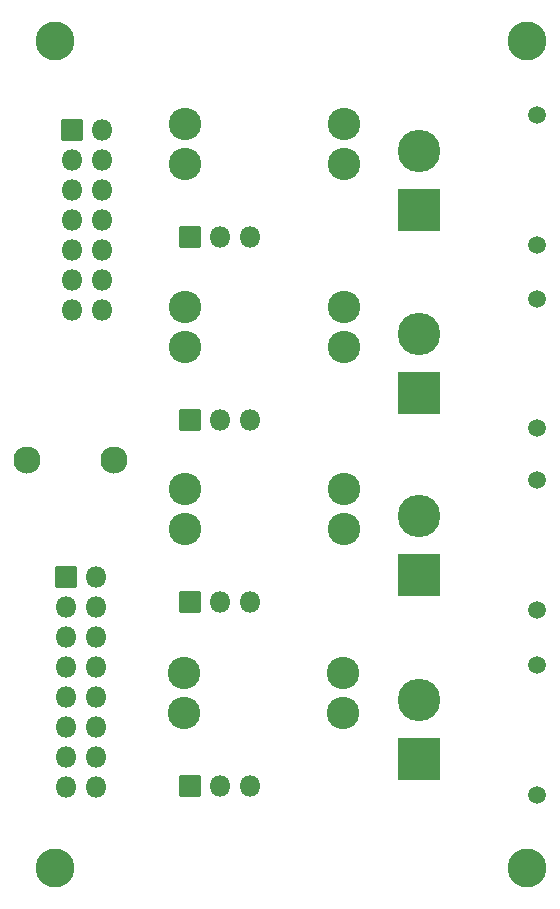
<source format=gbr>
%TF.GenerationSoftware,KiCad,Pcbnew,(6.0.0)*%
%TF.CreationDate,2022-03-16T00:12:02-04:00*%
%TF.ProjectId,OBD2PowerBreakOut_rev1,4f424432-506f-4776-9572-427265616b4f,rev?*%
%TF.SameCoordinates,Original*%
%TF.FileFunction,Soldermask,Bot*%
%TF.FilePolarity,Negative*%
%FSLAX46Y46*%
G04 Gerber Fmt 4.6, Leading zero omitted, Abs format (unit mm)*
G04 Created by KiCad (PCBNEW (6.0.0)) date 2022-03-16 00:12:02*
%MOMM*%
%LPD*%
G01*
G04 APERTURE LIST*
G04 Aperture macros list*
%AMRoundRect*
0 Rectangle with rounded corners*
0 $1 Rounding radius*
0 $2 $3 $4 $5 $6 $7 $8 $9 X,Y pos of 4 corners*
0 Add a 4 corners polygon primitive as box body*
4,1,4,$2,$3,$4,$5,$6,$7,$8,$9,$2,$3,0*
0 Add four circle primitives for the rounded corners*
1,1,$1+$1,$2,$3*
1,1,$1+$1,$4,$5*
1,1,$1+$1,$6,$7*
1,1,$1+$1,$8,$9*
0 Add four rect primitives between the rounded corners*
20,1,$1+$1,$2,$3,$4,$5,0*
20,1,$1+$1,$4,$5,$6,$7,0*
20,1,$1+$1,$6,$7,$8,$9,0*
20,1,$1+$1,$8,$9,$2,$3,0*%
G04 Aperture macros list end*
%ADD10RoundRect,0.050000X-0.850000X-0.850000X0.850000X-0.850000X0.850000X0.850000X-0.850000X0.850000X0*%
%ADD11O,1.800000X1.800000*%
%ADD12C,1.500000*%
%ADD13RoundRect,0.050000X-1.750000X1.750000X-1.750000X-1.750000X1.750000X-1.750000X1.750000X1.750000X0*%
%ADD14C,3.600000*%
%ADD15C,2.300000*%
%ADD16C,3.300000*%
%ADD17C,2.750000*%
%ADD18RoundRect,0.050000X0.850000X-0.850000X0.850000X0.850000X-0.850000X0.850000X-0.850000X-0.850000X0*%
G04 APERTURE END LIST*
D10*
%TO.C,J5*%
X137922000Y-72405000D03*
D11*
X140462000Y-72405000D03*
X137922000Y-74945000D03*
X140462000Y-74945000D03*
X137922000Y-77485000D03*
X140462000Y-77485000D03*
X137922000Y-80025000D03*
X140462000Y-80025000D03*
X137922000Y-82565000D03*
X140462000Y-82565000D03*
X137922000Y-85105000D03*
X140462000Y-85105000D03*
X137922000Y-87645000D03*
X140462000Y-87645000D03*
X137922000Y-90185000D03*
X140462000Y-90185000D03*
%TD*%
D12*
%TO.C,J1*%
X177800000Y-44300000D03*
X177800000Y-33300000D03*
D13*
X167800000Y-41300000D03*
D14*
X167800000Y-36300000D03*
%TD*%
D12*
%TO.C,J3*%
X177800000Y-75200000D03*
X177800000Y-64200000D03*
D13*
X167800000Y-72200000D03*
D14*
X167800000Y-67200000D03*
%TD*%
D12*
%TO.C,J2*%
X177800000Y-59800000D03*
X177800000Y-48800000D03*
D13*
X167800000Y-56800000D03*
D14*
X167800000Y-51800000D03*
%TD*%
D12*
%TO.C,J4*%
X177800000Y-90800000D03*
X177800000Y-79800000D03*
D13*
X167800000Y-87800000D03*
D14*
X167800000Y-82800000D03*
%TD*%
D15*
%TO.C,H2*%
X141986000Y-62484000D03*
%TD*%
%TO.C,H4*%
X134620000Y-62484000D03*
%TD*%
D11*
%TO.C,J6*%
X140965000Y-49779000D03*
X138425000Y-49779000D03*
X140965000Y-47239000D03*
X138425000Y-47239000D03*
X140965000Y-44699000D03*
X138425000Y-44699000D03*
X140965000Y-42159000D03*
X138425000Y-42159000D03*
X140965000Y-39619000D03*
X138425000Y-39619000D03*
X140965000Y-37079000D03*
X138425000Y-37079000D03*
X140965000Y-34539000D03*
D10*
X138425000Y-34539000D03*
%TD*%
D16*
%TO.C,H6*%
X137000000Y-27000000D03*
%TD*%
%TO.C,H5*%
X177000000Y-97000000D03*
%TD*%
%TO.C,H3*%
X177000000Y-27000000D03*
%TD*%
%TO.C,H1*%
X137000000Y-97000000D03*
%TD*%
D17*
%TO.C,F1*%
X161435000Y-37400000D03*
X161435000Y-34000000D03*
X147965000Y-34000000D03*
X147965000Y-37400000D03*
%TD*%
%TO.C,F4*%
X161421000Y-83900000D03*
X161421000Y-80500000D03*
X147951000Y-80500000D03*
X147951000Y-83900000D03*
%TD*%
%TO.C,F3*%
X161435000Y-68300000D03*
X161435000Y-64900000D03*
X147965000Y-64900000D03*
X147965000Y-68300000D03*
%TD*%
%TO.C,F2*%
X161435000Y-52900000D03*
X161435000Y-49500000D03*
X147965000Y-49500000D03*
X147965000Y-52900000D03*
%TD*%
D18*
%TO.C,JP2*%
X148400000Y-59100000D03*
D11*
X150940000Y-59100000D03*
X153480000Y-59100000D03*
%TD*%
D18*
%TO.C,JP1*%
X148400000Y-43600000D03*
D11*
X150940000Y-43600000D03*
X153480000Y-43600000D03*
%TD*%
D18*
%TO.C,JP3*%
X148400000Y-74500000D03*
D11*
X150940000Y-74500000D03*
X153480000Y-74500000D03*
%TD*%
D18*
%TO.C,JP4*%
X148400000Y-90100000D03*
D11*
X150940000Y-90100000D03*
X153480000Y-90100000D03*
%TD*%
M02*

</source>
